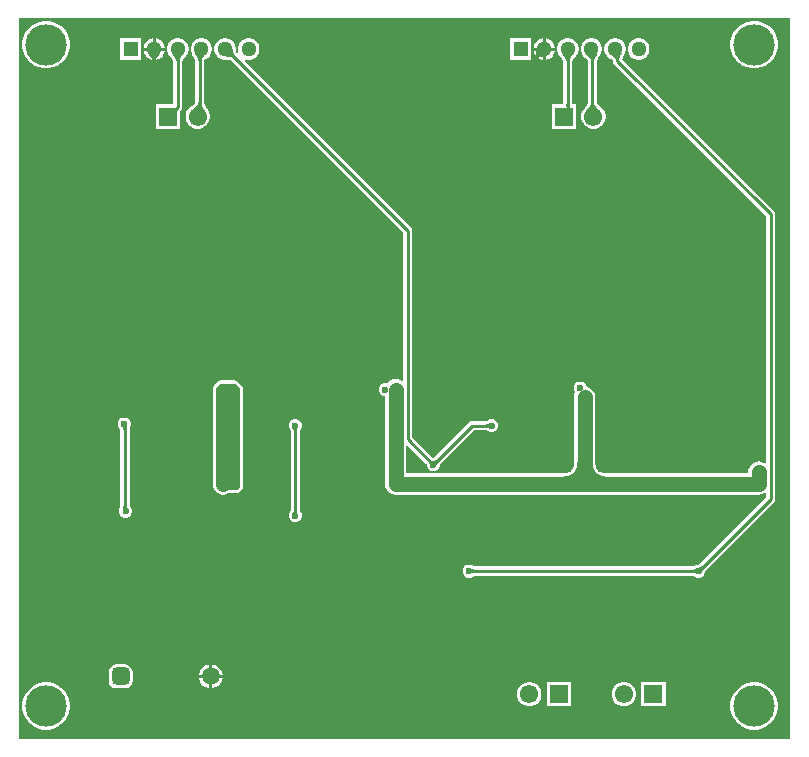
<source format=gbl>
G04*
G04 #@! TF.GenerationSoftware,Altium Limited,Altium Designer,22.9.1 (49)*
G04*
G04 Layer_Physical_Order=2*
G04 Layer_Color=16711680*
%FSTAX24Y24*%
%MOIN*%
G70*
G04*
G04 #@! TF.SameCoordinates,2FAE9610-6970-4823-A7E0-823FAA2A8A52*
G04*
G04*
G04 #@! TF.FilePolarity,Positive*
G04*
G01*
G75*
%ADD15C,0.0100*%
%ADD36C,0.0610*%
%ADD37R,0.0610X0.0610*%
%ADD41C,0.0500*%
%ADD42C,0.0512*%
%ADD43R,0.0512X0.0512*%
%ADD44C,0.1380*%
G04:AMPARAMS|DCode=45|XSize=59.1mil|YSize=59.1mil|CornerRadius=14.8mil|HoleSize=0mil|Usage=FLASHONLY|Rotation=0.000|XOffset=0mil|YOffset=0mil|HoleType=Round|Shape=RoundedRectangle|*
%AMROUNDEDRECTD45*
21,1,0.0591,0.0295,0,0,0.0*
21,1,0.0295,0.0591,0,0,0.0*
1,1,0.0295,0.0148,-0.0148*
1,1,0.0295,-0.0148,-0.0148*
1,1,0.0295,-0.0148,0.0148*
1,1,0.0295,0.0148,0.0148*
%
%ADD45ROUNDEDRECTD45*%
%ADD46C,0.0591*%
%ADD47C,0.0236*%
G36*
X025847Y000153D02*
X000153D01*
Y024197D01*
X025847D01*
Y000153D01*
D02*
G37*
%LPC*%
G36*
X0177Y023505D02*
Y0232D01*
X018005D01*
X017982Y023287D01*
X017935Y023369D01*
X017869Y023435D01*
X017788Y023482D01*
X0177Y023505D01*
D02*
G37*
G36*
X0047D02*
Y0232D01*
X005005D01*
X004982Y023287D01*
X004935Y023369D01*
X004869Y023435D01*
X004788Y023482D01*
X0047Y023505D01*
D02*
G37*
G36*
X0176D02*
X017513Y023482D01*
X017432Y023435D01*
X017366Y023369D01*
X017319Y023287D01*
X017295Y0232D01*
X0176D01*
Y023505D01*
D02*
G37*
G36*
X0046D02*
X004513Y023482D01*
X004432Y023435D01*
X004366Y023369D01*
X004319Y023287D01*
X004295Y0232D01*
X0046D01*
Y023505D01*
D02*
G37*
G36*
Y0231D02*
X004295D01*
X004319Y023013D01*
X004366Y022931D01*
X004432Y022865D01*
X004513Y022818D01*
X004586Y022799D01*
X004583Y022808D01*
X004574Y02283D01*
X004563Y022852D01*
X00455Y022874D01*
X004534Y022897D01*
X004515Y02292D01*
X004471Y022968D01*
X0046Y022965D01*
Y0231D01*
D02*
G37*
G36*
X017393D02*
X017295D01*
X017319Y023013D01*
X017359Y022942D01*
X017363Y02295D01*
X017372Y022971D01*
X017379Y022995D01*
X017385Y023021D01*
X017389Y023049D01*
X017392Y02308D01*
X017393Y0231D01*
D02*
G37*
G36*
X0176D02*
X017442D01*
X0176Y022942D01*
Y0231D01*
D02*
G37*
G36*
X005005D02*
X0047D01*
Y022962D01*
X004821Y022959D01*
X004797Y022937D01*
X004756Y022892D01*
X00474Y02287D01*
X004726Y022849D01*
X004714Y022827D01*
X004706Y022806D01*
X004702Y022795D01*
X004788Y022818D01*
X004869Y022865D01*
X004935Y022931D01*
X004982Y023013D01*
X005005Y0231D01*
D02*
G37*
G36*
X018005D02*
X0177D01*
Y022795D01*
X017788Y022818D01*
X017869Y022865D01*
X017935Y022931D01*
X017982Y023013D01*
X018005Y0231D01*
D02*
G37*
G36*
X0176Y022893D02*
X01755Y022889D01*
X017521Y022885D01*
X017495Y022879D01*
X017472Y022871D01*
X01745Y022863D01*
X017443Y022859D01*
X017513Y022818D01*
X0176Y022795D01*
Y022893D01*
D02*
G37*
G36*
X020847Y023506D02*
X020753D01*
X020663Y023482D01*
X020581Y023435D01*
X020515Y023369D01*
X020468Y023287D01*
X020444Y023197D01*
Y023103D01*
X020468Y023013D01*
X020515Y022931D01*
X020581Y022865D01*
X020663Y022818D01*
X020753Y022794D01*
X020847D01*
X020937Y022818D01*
X021019Y022865D01*
X021085Y022931D01*
X021132Y023013D01*
X021156Y023103D01*
Y023197D01*
X021132Y023287D01*
X021085Y023369D01*
X021019Y023435D01*
X020937Y023482D01*
X020847Y023506D01*
D02*
G37*
G36*
X017219D02*
X016507D01*
Y022794D01*
X017219D01*
Y023506D01*
D02*
G37*
G36*
X020059D02*
X019966D01*
X019875Y023482D01*
X019794Y023435D01*
X019728Y023369D01*
X019681Y023287D01*
X019657Y023197D01*
Y023103D01*
X019681Y023013D01*
X019728Y022931D01*
X019794Y022865D01*
X019857Y022829D01*
X01986Y022826D01*
X019861Y022826D01*
X019862Y022826D01*
X019869Y022822D01*
X019875Y022818D01*
X019878Y022818D01*
X019884Y022815D01*
X0199Y022805D01*
X019913Y022796D01*
X019923Y022788D01*
X01993Y022781D01*
X019934Y022775D01*
X019937Y02277D01*
X019938Y022767D01*
X019938Y022765D01*
Y022759D01*
X01994Y022753D01*
X01994Y022751D01*
X01994Y022749D01*
X019941Y022746D01*
X019941Y022742D01*
X019943Y022736D01*
X01995Y0227D01*
X019983Y02265D01*
X025047Y017587D01*
Y009358D01*
X025002Y009336D01*
X024977Y009356D01*
X024891Y009391D01*
X0248Y009403D01*
X024709Y009391D01*
X024623Y009356D01*
X02455Y0093D01*
X024494Y009227D01*
X024459Y009141D01*
X024447Y00905D01*
Y009003D01*
X019733D01*
X019667Y009006D01*
X019595Y009019D01*
X019536Y009039D01*
X019487Y009065D01*
X019447Y009097D01*
X019415Y009137D01*
X019389Y009186D01*
X019369Y009245D01*
X019356Y009317D01*
X019353Y009383D01*
Y01155D01*
X019341Y011641D01*
X019306Y011727D01*
X01925Y0118D01*
X019177Y011856D01*
X019091Y011891D01*
X019068Y011894D01*
X019035Y011974D01*
X018974Y012035D01*
X018893Y012068D01*
X018807D01*
X018726Y012035D01*
X018665Y011974D01*
X018632Y011893D01*
Y011807D01*
X018665Y011726D01*
X018686Y011706D01*
X018659Y011641D01*
X018647Y01155D01*
Y009383D01*
X018644Y009317D01*
X018631Y009245D01*
X018611Y009186D01*
X018585Y009137D01*
X018553Y009097D01*
X018513Y009065D01*
X018464Y009039D01*
X018405Y009019D01*
X018333Y009006D01*
X018267Y009003D01*
X013053D01*
Y009915D01*
X013099Y009934D01*
X013726Y009308D01*
X013727Y009306D01*
X013728Y009304D01*
X013729Y009302D01*
X01373Y009301D01*
X01373Y009301D01*
X01373Y009297D01*
X013732Y009289D01*
Y009257D01*
X013765Y009176D01*
X013826Y009115D01*
X013907Y009082D01*
X013993D01*
X014074Y009115D01*
X014135Y009176D01*
X014168Y009257D01*
Y009289D01*
X01417Y009297D01*
X01417Y009301D01*
X01417Y009301D01*
X014171Y009302D01*
X014172Y009304D01*
X014173Y009306D01*
X014174Y009308D01*
X015313Y010447D01*
X015736D01*
X015738Y010447D01*
X015741Y010446D01*
X015743Y010446D01*
X015744Y010445D01*
X015744Y010445D01*
X015746Y010443D01*
X015753Y010438D01*
X015776Y010415D01*
X015857Y010382D01*
X015943D01*
X016024Y010415D01*
X016085Y010476D01*
X016118Y010557D01*
Y010643D01*
X016085Y010724D01*
X016024Y010785D01*
X015943Y010818D01*
X015857D01*
X015776Y010785D01*
X015753Y010762D01*
X015746Y010757D01*
X015744Y010755D01*
X015744Y010755D01*
X015743Y010754D01*
X015741Y010754D01*
X015738Y010753D01*
X015736Y010753D01*
X01525D01*
X015191Y010741D01*
X015142Y010708D01*
X013958Y009524D01*
X013956Y009523D01*
X013954Y009522D01*
X013952Y009521D01*
X013951Y00952D01*
X013951Y00952D01*
X01395Y00952D01*
X013949Y00952D01*
X013949Y00952D01*
X013948Y009521D01*
X013946Y009522D01*
X013944Y009523D01*
X013942Y009524D01*
X013253Y010213D01*
Y0171D01*
X013241Y017159D01*
X013208Y017208D01*
X007663Y022754D01*
X007664Y022766D01*
X007717Y022804D01*
X007753Y022794D01*
X007847D01*
X007937Y022818D01*
X008019Y022865D01*
X008085Y022931D01*
X008132Y023013D01*
X008156Y023103D01*
Y023197D01*
X008132Y023287D01*
X008085Y023369D01*
X008019Y023435D01*
X007937Y023482D01*
X007847Y023506D01*
X007753D01*
X007663Y023482D01*
X007581Y023435D01*
X007515Y023369D01*
X007468Y023287D01*
X007444Y023197D01*
Y023103D01*
X007455Y023061D01*
X007447Y023047D01*
X007414Y023023D01*
X0074Y02303D01*
X007399Y023033D01*
X007393Y023048D01*
X007387Y023069D01*
X007382Y023092D01*
X007372Y023151D01*
X007369Y023185D01*
X007369Y023186D01*
Y023197D01*
X007344Y023287D01*
X007297Y023369D01*
X007231Y023435D01*
X00715Y023482D01*
X007059Y023506D01*
X006966D01*
X006875Y023482D01*
X006794Y023435D01*
X006728Y023369D01*
X006681Y023287D01*
X006657Y023197D01*
Y023103D01*
X006681Y023013D01*
X006728Y022931D01*
X006794Y022865D01*
X006875Y022818D01*
X006966Y022794D01*
X007059D01*
X007064Y022795D01*
X007082Y022797D01*
X007107Y022798D01*
X00713Y022798D01*
X00715Y022796D01*
X007167Y022793D01*
X007181Y022789D01*
X007193Y022785D01*
X007201Y022781D01*
X007206Y022778D01*
X012947Y017037D01*
Y012108D01*
X012902Y012086D01*
X012877Y012106D01*
X012791Y012141D01*
X0127Y012153D01*
X012609Y012141D01*
X012523Y012106D01*
X01245Y01205D01*
X012418Y012008D01*
X012393Y012018D01*
X012307D01*
X012226Y011985D01*
X012165Y011924D01*
X012132Y011843D01*
Y011757D01*
X012165Y011676D01*
X012226Y011615D01*
X012307Y011582D01*
X012347D01*
Y0111D01*
Y00865D01*
X012359Y008559D01*
X012394Y008473D01*
X01245Y0084D01*
X012523Y008344D01*
X012609Y008309D01*
X0127Y008297D01*
X0248D01*
X024891Y008309D01*
X024977Y008344D01*
X025002Y008364D01*
X025047Y008342D01*
Y008213D01*
X022808Y005974D01*
X022806Y005973D01*
X022804Y005972D01*
X022802Y005971D01*
X022801Y00597D01*
X022801Y00597D01*
X022797Y00597D01*
X022789Y005968D01*
X022757D01*
X022676Y005935D01*
X022653Y005912D01*
X022646Y005907D01*
X022644Y005905D01*
X022644Y005905D01*
X022643Y005904D01*
X022641Y005904D01*
X022638Y005903D01*
X022636Y005903D01*
X015314D01*
X015312Y005903D01*
X015309Y005904D01*
X015307Y005904D01*
X015306Y005905D01*
X015306Y005905D01*
X015304Y005907D01*
X015297Y005912D01*
X015274Y005935D01*
X015193Y005968D01*
X015107D01*
X015026Y005935D01*
X014965Y005874D01*
X014932Y005793D01*
Y005707D01*
X014965Y005626D01*
X015026Y005565D01*
X015107Y005532D01*
X015193D01*
X015274Y005565D01*
X015297Y005588D01*
X015304Y005593D01*
X015306Y005595D01*
X015306Y005595D01*
X015307Y005596D01*
X015309Y005596D01*
X015312Y005597D01*
X015314Y005597D01*
X022636D01*
X022638Y005597D01*
X022641Y005596D01*
X022643Y005596D01*
X022644Y005595D01*
X022644Y005595D01*
X022646Y005593D01*
X022653Y005588D01*
X022676Y005565D01*
X022757Y005532D01*
X022843D01*
X022924Y005565D01*
X022985Y005626D01*
X023018Y005707D01*
Y005739D01*
X02302Y005747D01*
X02302Y005751D01*
X02302Y005751D01*
X023021Y005752D01*
X023022Y005754D01*
X023023Y005756D01*
X023024Y005758D01*
X025308Y008042D01*
X025341Y008091D01*
X025353Y00815D01*
Y01765D01*
X025341Y017709D01*
X025308Y017758D01*
X020251Y022815D01*
X020261Y022844D01*
X020268Y022863D01*
X020308Y022944D01*
X020324Y022974D01*
X020325Y022976D01*
X020326Y022977D01*
X020328Y022984D01*
X020344Y023013D01*
X020368Y023103D01*
Y023197D01*
X020344Y023287D01*
X020297Y023369D01*
X020231Y023435D01*
X02015Y023482D01*
X020059Y023506D01*
D02*
G37*
G36*
X004219D02*
X003507D01*
Y022794D01*
X004219D01*
Y023506D01*
D02*
G37*
G36*
X024728Y02409D02*
X024572D01*
X02442Y02406D01*
X024276Y024D01*
X024146Y023914D01*
X024036Y023804D01*
X02395Y023674D01*
X02389Y02353D01*
X02386Y023378D01*
Y023222D01*
X02389Y02307D01*
X02395Y022926D01*
X024036Y022796D01*
X024146Y022686D01*
X024276Y0226D01*
X02442Y02254D01*
X024572Y02251D01*
X024728D01*
X02488Y02254D01*
X025024Y0226D01*
X025154Y022686D01*
X025264Y022796D01*
X02535Y022926D01*
X02541Y02307D01*
X02544Y023222D01*
Y023378D01*
X02541Y02353D01*
X02535Y023674D01*
X025264Y023804D01*
X025154Y023914D01*
X025024Y024D01*
X02488Y02406D01*
X024728Y02409D01*
D02*
G37*
G36*
X001128D02*
X000972D01*
X00082Y02406D01*
X000676Y024D01*
X000546Y023914D01*
X000436Y023804D01*
X00035Y023674D01*
X00029Y02353D01*
X00026Y023378D01*
Y023222D01*
X00029Y02307D01*
X00035Y022926D01*
X000436Y022796D01*
X000546Y022686D01*
X000676Y0226D01*
X00082Y02254D01*
X000972Y02251D01*
X001128D01*
X00128Y02254D01*
X001424Y0226D01*
X001554Y022686D01*
X001664Y022796D01*
X00175Y022926D01*
X00181Y02307D01*
X00184Y023222D01*
Y023378D01*
X00181Y02353D01*
X00175Y023674D01*
X001664Y023804D01*
X001554Y023914D01*
X001424Y024D01*
X00128Y02406D01*
X001128Y02409D01*
D02*
G37*
G36*
X019272Y023506D02*
X019178D01*
X019088Y023482D01*
X019007Y023435D01*
X01894Y023369D01*
X018894Y023287D01*
X018869Y023197D01*
Y023103D01*
X018894Y023013D01*
X01894Y022931D01*
X019007Y022865D01*
X019014Y022861D01*
X019032Y022847D01*
X019051Y02283D01*
X019067Y022814D01*
X01908Y022799D01*
X01909Y022786D01*
X019097Y022774D01*
X019102Y022764D01*
X019105Y022755D01*
X019106Y022749D01*
Y021369D01*
X019104Y02136D01*
X019099Y021346D01*
X019091Y021327D01*
X019081Y021306D01*
X019067Y021283D01*
X019003Y021191D01*
X018977Y021158D01*
X018968Y021149D01*
X018915Y021056D01*
X018887Y020953D01*
Y020847D01*
X018915Y020744D01*
X018968Y020651D01*
X019043Y020576D01*
X019136Y020522D01*
X019239Y020495D01*
X019345D01*
X019448Y020522D01*
X019541Y020576D01*
X019616Y020651D01*
X01967Y020744D01*
X019697Y020847D01*
Y020953D01*
X01967Y021056D01*
X019616Y021149D01*
X019541Y021224D01*
X019533Y021228D01*
X019514Y021244D01*
X019489Y021267D01*
X019467Y021289D01*
X01945Y021309D01*
X019436Y021327D01*
X019425Y021344D01*
X019418Y021358D01*
X019414Y02137D01*
X019412Y021379D01*
Y022762D01*
X019413Y022769D01*
X019416Y02278D01*
X019422Y022795D01*
X01943Y022812D01*
X019439Y02283D01*
X019488Y022904D01*
X019504Y022926D01*
X01951Y022931D01*
X019557Y023013D01*
X019581Y023103D01*
Y023197D01*
X019557Y023287D01*
X01951Y023369D01*
X019444Y023435D01*
X019363Y023482D01*
X019272Y023506D01*
D02*
G37*
G36*
X018485D02*
X018391D01*
X0183Y023482D01*
X018219Y023435D01*
X018153Y023369D01*
X018106Y023287D01*
X018082Y023197D01*
Y023103D01*
X018106Y023013D01*
X018153Y022931D01*
X01818Y022905D01*
X018184Y022897D01*
X018228Y022851D01*
X018244Y022832D01*
X018257Y022814D01*
X018267Y022797D01*
X018275Y022783D01*
X01828Y02277D01*
X018284Y02276D01*
X018285Y022753D01*
Y021305D01*
X017903D01*
Y020495D01*
X018713D01*
Y021305D01*
X018591D01*
Y022753D01*
X018592Y02276D01*
X018595Y02277D01*
X018601Y022783D01*
X018608Y022797D01*
X018619Y022814D01*
X018631Y022831D01*
X018668Y022873D01*
X01869Y022896D01*
X018695Y022904D01*
X018723Y022931D01*
X018769Y023013D01*
X018794Y023103D01*
Y023197D01*
X018769Y023287D01*
X018723Y023369D01*
X018656Y023435D01*
X018575Y023482D01*
X018485Y023506D01*
D02*
G37*
G36*
X006272D02*
X006178D01*
X006088Y023482D01*
X006007Y023435D01*
X00594Y023369D01*
X005894Y023287D01*
X005869Y023197D01*
Y023103D01*
X005894Y023013D01*
X005916Y022974D01*
X005919Y022964D01*
X005938Y022932D01*
X00597Y022875D01*
X005993Y022827D01*
X006Y022808D01*
X006005Y022792D01*
X006009Y02278D01*
X00601Y022774D01*
Y021379D01*
X006008Y021371D01*
X006004Y02136D01*
X005997Y021348D01*
X005987Y021333D01*
X005974Y021317D01*
X005957Y0213D01*
X005935Y021282D01*
X00591Y021263D01*
X005879Y021242D01*
X005875Y021238D01*
X005851Y021224D01*
X005776Y021149D01*
X005722Y021056D01*
X005695Y020953D01*
Y020847D01*
X005722Y020744D01*
X005776Y020651D01*
X005851Y020576D01*
X005944Y020522D01*
X006047Y020495D01*
X006153D01*
X006256Y020522D01*
X006349Y020576D01*
X006424Y020651D01*
X006478Y020744D01*
X006505Y020847D01*
Y020953D01*
X006478Y021056D01*
X006442Y021118D01*
X006439Y021125D01*
X006439Y021125D01*
X006439Y021125D01*
X006428Y021143D01*
X006424Y021149D01*
X006423Y02115D01*
X006413Y021165D01*
X006371Y021235D01*
X00634Y021294D01*
X006329Y021317D01*
X006322Y021337D01*
X006317Y021352D01*
X006316Y021361D01*
Y022749D01*
X006317Y022755D01*
X006319Y022762D01*
X006323Y02277D01*
X00633Y022779D01*
X006339Y02279D01*
X00635Y022802D01*
X006366Y022814D01*
X006384Y022827D01*
X006408Y022842D01*
X006414Y022848D01*
X006444Y022865D01*
X00651Y022931D01*
X006557Y023013D01*
X006581Y023103D01*
Y023197D01*
X006557Y023287D01*
X00651Y023369D01*
X006444Y023435D01*
X006363Y023482D01*
X006272Y023506D01*
D02*
G37*
G36*
X005485D02*
X005391D01*
X0053Y023482D01*
X005219Y023435D01*
X005153Y023369D01*
X005106Y023287D01*
X005082Y023197D01*
Y023103D01*
X005106Y023013D01*
X005153Y022931D01*
X00518Y022905D01*
X005184Y022897D01*
X005228Y022851D01*
X005244Y022832D01*
X005257Y022814D01*
X005267Y022797D01*
X005275Y022783D01*
X00528Y02277D01*
X005284Y02276D01*
X005285Y022753D01*
Y021305D01*
X004711D01*
Y020495D01*
X005521D01*
Y021089D01*
X005546Y021114D01*
X005579Y021164D01*
X005591Y021222D01*
Y022753D01*
X005592Y02276D01*
X005595Y02277D01*
X005601Y022783D01*
X005608Y022797D01*
X005619Y022814D01*
X005631Y022831D01*
X005668Y022873D01*
X00569Y022896D01*
X005695Y022904D01*
X005723Y022931D01*
X005769Y023013D01*
X005794Y023103D01*
Y023197D01*
X005769Y023287D01*
X005723Y023369D01*
X005656Y023435D01*
X005575Y023482D01*
X005485Y023506D01*
D02*
G37*
G36*
X00735Y012102D02*
X00685D01*
X006811Y012094D01*
X006778Y012072D01*
X006628Y011922D01*
X006606Y011889D01*
X006598Y01185D01*
Y011458D01*
X006597Y01145D01*
Y00865D01*
X006609Y008559D01*
X006644Y008473D01*
X0067Y0084D01*
X006773Y008344D01*
X006859Y008309D01*
X00695Y008297D01*
X007041Y008309D01*
X007127Y008344D01*
X007131Y008348D01*
X0074D01*
X007439Y008356D01*
X007472Y008378D01*
X007572Y008478D01*
X007594Y008511D01*
X007602Y00855D01*
Y01185D01*
X007594Y011889D01*
X007572Y011922D01*
X007422Y012072D01*
X007389Y012094D01*
X00735Y012102D01*
D02*
G37*
G36*
X003693Y010868D02*
X003607D01*
X003526Y010835D01*
X003465Y010774D01*
X003432Y010693D01*
Y010607D01*
X003465Y010526D01*
X003522Y010469D01*
Y007896D01*
X003522Y00789D01*
X003521Y007886D01*
X00352Y007881D01*
X003519Y007878D01*
X003519Y007877D01*
X003515Y007874D01*
X003482Y007793D01*
Y007707D01*
X003515Y007626D01*
X003576Y007565D01*
X003657Y007532D01*
X003743D01*
X003824Y007565D01*
X003885Y007626D01*
X003918Y007707D01*
Y007793D01*
X003885Y007874D01*
X003828Y007931D01*
Y010504D01*
X003828Y01051D01*
X003829Y010514D01*
X00383Y010519D01*
X003831Y010522D01*
X003831Y010523D01*
X003835Y010526D01*
X003868Y010607D01*
Y010693D01*
X003835Y010774D01*
X003774Y010835D01*
X003693Y010868D01*
D02*
G37*
G36*
X009393Y010818D02*
X009307D01*
X009226Y010785D01*
X009165Y010724D01*
X009132Y010643D01*
Y010557D01*
X009165Y010476D01*
X009188Y010453D01*
X009193Y010446D01*
X009195Y010444D01*
X009195Y010444D01*
X009196Y010443D01*
X009196Y010441D01*
X009197Y010438D01*
X009197Y010436D01*
Y007764D01*
X009197Y007762D01*
X009196Y007759D01*
X009196Y007757D01*
X009195Y007756D01*
X009195Y007756D01*
X009193Y007754D01*
X009188Y007747D01*
X009165Y007724D01*
X009132Y007643D01*
Y007557D01*
X009165Y007476D01*
X009226Y007415D01*
X009307Y007382D01*
X009393D01*
X009474Y007415D01*
X009535Y007476D01*
X009568Y007557D01*
Y007643D01*
X009535Y007724D01*
X009512Y007747D01*
X009507Y007754D01*
X009505Y007756D01*
X009505Y007756D01*
X009504Y007757D01*
X009504Y007759D01*
X009503Y007762D01*
X009503Y007764D01*
Y010436D01*
X009503Y010438D01*
X009504Y010441D01*
X009504Y010443D01*
X009505Y010444D01*
X009505Y010444D01*
X009507Y010446D01*
X009512Y010453D01*
X009535Y010476D01*
X009568Y010557D01*
Y010643D01*
X009535Y010724D01*
X009474Y010785D01*
X009393Y010818D01*
D02*
G37*
G36*
X006586Y002634D02*
X006584D01*
Y002288D01*
X00693D01*
Y00229D01*
X006903Y002391D01*
X006851Y002481D01*
X006777Y002555D01*
X006687Y002607D01*
X006586Y002634D01*
D02*
G37*
G36*
X006484D02*
X006482D01*
X006382Y002607D01*
X006292Y002555D01*
X006218Y002481D01*
X006166Y002391D01*
X006139Y00229D01*
Y002288D01*
X006484D01*
Y002634D01*
D02*
G37*
G36*
X00693Y002188D02*
X006584D01*
Y001843D01*
X006586D01*
X006687Y00187D01*
X006777Y001922D01*
X006851Y001996D01*
X006903Y002086D01*
X00693Y002186D01*
Y002188D01*
D02*
G37*
G36*
X006484D02*
X006139D01*
Y002186D01*
X006166Y002086D01*
X006218Y001996D01*
X006292Y001922D01*
X006382Y00187D01*
X006482Y001843D01*
X006484D01*
Y002188D01*
D02*
G37*
G36*
X003682Y002638D02*
X003387D01*
X00329Y002619D01*
X003208Y002564D01*
X003153Y002483D01*
X003134Y002386D01*
Y002091D01*
X003153Y001994D01*
X003208Y001912D01*
X00329Y001857D01*
X003387Y001838D01*
X003682D01*
X003779Y001857D01*
X00386Y001912D01*
X003915Y001994D01*
X003934Y002091D01*
Y002386D01*
X003915Y002483D01*
X00386Y002564D01*
X003779Y002619D01*
X003682Y002638D01*
D02*
G37*
G36*
X021697Y002055D02*
X020887D01*
Y001245D01*
X021697D01*
Y002055D01*
D02*
G37*
G36*
X020361D02*
X020255D01*
X020152Y002028D01*
X020059Y001974D01*
X019984Y001899D01*
X01993Y001806D01*
X019903Y001703D01*
Y001597D01*
X01993Y001494D01*
X019984Y001401D01*
X020059Y001326D01*
X020152Y001272D01*
X020255Y001245D01*
X020361D01*
X020464Y001272D01*
X020557Y001326D01*
X020632Y001401D01*
X020685Y001494D01*
X020713Y001597D01*
Y001703D01*
X020685Y001806D01*
X020632Y001899D01*
X020557Y001974D01*
X020464Y002028D01*
X020361Y002055D01*
D02*
G37*
G36*
X018539D02*
X017729D01*
Y001245D01*
X018539D01*
Y002055D01*
D02*
G37*
G36*
X017203D02*
X017097D01*
X016994Y002028D01*
X016901Y001974D01*
X016826Y001899D01*
X016772Y001806D01*
X016745Y001703D01*
Y001597D01*
X016772Y001494D01*
X016826Y001401D01*
X016901Y001326D01*
X016994Y001272D01*
X017097Y001245D01*
X017203D01*
X017306Y001272D01*
X017399Y001326D01*
X017474Y001401D01*
X017528Y001494D01*
X017555Y001597D01*
Y001703D01*
X017528Y001806D01*
X017474Y001899D01*
X017399Y001974D01*
X017306Y002028D01*
X017203Y002055D01*
D02*
G37*
G36*
X024728Y00204D02*
X024572D01*
X02442Y00201D01*
X024276Y00195D01*
X024146Y001864D01*
X024036Y001754D01*
X02395Y001624D01*
X02389Y00148D01*
X02386Y001328D01*
Y001172D01*
X02389Y00102D01*
X02395Y000876D01*
X024036Y000746D01*
X024146Y000636D01*
X024276Y00055D01*
X02442Y00049D01*
X024572Y00046D01*
X024728D01*
X02488Y00049D01*
X025024Y00055D01*
X025154Y000636D01*
X025264Y000746D01*
X02535Y000876D01*
X02541Y00102D01*
X02544Y001172D01*
Y001328D01*
X02541Y00148D01*
X02535Y001624D01*
X025264Y001754D01*
X025154Y001864D01*
X025024Y00195D01*
X02488Y00201D01*
X024728Y00204D01*
D02*
G37*
G36*
X001128D02*
X000972D01*
X00082Y00201D01*
X000676Y00195D01*
X000546Y001864D01*
X000436Y001754D01*
X00035Y001624D01*
X00029Y00148D01*
X00026Y001328D01*
Y001172D01*
X00029Y00102D01*
X00035Y000876D01*
X000436Y000746D01*
X000546Y000636D01*
X000676Y00055D01*
X00082Y00049D01*
X000972Y00046D01*
X001128D01*
X00128Y00049D01*
X001424Y00055D01*
X001554Y000636D01*
X001664Y000746D01*
X00175Y000876D01*
X00181Y00102D01*
X00184Y001172D01*
Y001328D01*
X00181Y00148D01*
X00175Y001624D01*
X001664Y001754D01*
X001554Y001864D01*
X001424Y00195D01*
X00128Y00201D01*
X001128Y00204D01*
D02*
G37*
%LPD*%
G36*
X007271Y023138D02*
X007282Y023072D01*
X007289Y023043D01*
X007296Y023017D01*
X007305Y022993D01*
X007314Y022972D01*
X007325Y022953D01*
X007336Y022937D01*
X007348Y022923D01*
X007285Y022845D01*
X00727Y022858D01*
X007252Y022869D01*
X007233Y022879D01*
X007212Y022887D01*
X007189Y022893D01*
X007163Y022897D01*
X007136Y022899D01*
X007106Y0229D01*
X007075Y022899D01*
X007042Y022896D01*
X007267Y023174D01*
X007271Y023138D01*
D02*
G37*
G36*
X020217Y022991D02*
X020175Y022905D01*
X020165Y022879D01*
X02015Y022833D01*
X020145Y022812D01*
X020142Y022793D01*
X020141Y022775D01*
X020041Y022759D01*
X02004Y022778D01*
X020036Y022796D01*
X020029Y022814D01*
X02002Y022831D01*
X020008Y022847D01*
X019993Y022862D01*
X019975Y022877D01*
X019955Y022891D01*
X019932Y022904D01*
X019907Y022917D01*
X020235Y023023D01*
X020217Y022991D01*
D02*
G37*
G36*
X015816Y010517D02*
X015809Y010524D01*
X015802Y010529D01*
X015794Y010534D01*
X015785Y010538D01*
X015776Y010542D01*
X015767Y010545D01*
X015756Y010547D01*
X015746Y010549D01*
X015734Y01055D01*
X015722Y01055D01*
Y01065D01*
X015734Y01065D01*
X015746Y010651D01*
X015756Y010653D01*
X015767Y010655D01*
X015776Y010658D01*
X015785Y010662D01*
X015794Y010666D01*
X015802Y010671D01*
X015809Y010676D01*
X015816Y010683D01*
Y010517D01*
D02*
G37*
G36*
X014111Y00939D02*
X014103Y009382D01*
X014095Y009373D01*
X014089Y009364D01*
X014083Y009355D01*
X014079Y009346D01*
X014075Y009337D01*
X014072Y009328D01*
X01407Y009319D01*
X014068Y00931D01*
X014068Y009301D01*
X013951Y009418D01*
X01396Y009418D01*
X013969Y00942D01*
X013978Y009422D01*
X013987Y009425D01*
X013996Y009429D01*
X014005Y009433D01*
X014014Y009439D01*
X014023Y009445D01*
X014032Y009453D01*
X01404Y009461D01*
X014111Y00939D01*
D02*
G37*
G36*
X013868Y009453D02*
X013877Y009445D01*
X013886Y009439D01*
X013895Y009433D01*
X013904Y009429D01*
X013913Y009425D01*
X013922Y009422D01*
X013931Y00942D01*
X01394Y009418D01*
X013949Y009418D01*
X013832Y009301D01*
X013832Y00931D01*
X01383Y009319D01*
X013828Y009328D01*
X013825Y009337D01*
X013821Y009346D01*
X013817Y009355D01*
X013811Y009364D01*
X013805Y009373D01*
X013797Y009382D01*
X013789Y00939D01*
X01386Y009461D01*
X013868Y009453D01*
D02*
G37*
G36*
X019255Y009305D02*
X01927Y00922D01*
X019295Y009145D01*
X01933Y00908D01*
X019375Y009025D01*
X01943Y00898D01*
X019495Y008945D01*
X01957Y00892D01*
X019655Y008905D01*
X01975Y0089D01*
X019Y0084D01*
X01825Y0089D01*
X018345Y008905D01*
X01843Y00892D01*
X018505Y008945D01*
X01857Y00898D01*
X018625Y009025D01*
X01867Y00908D01*
X018705Y009145D01*
X01873Y00922D01*
X018745Y009305D01*
X01875Y0094D01*
X01925D01*
X019255Y009305D01*
D02*
G37*
G36*
X022961Y00584D02*
X022953Y005832D01*
X022945Y005823D01*
X022939Y005814D01*
X022933Y005805D01*
X022929Y005796D01*
X022925Y005787D01*
X022922Y005778D01*
X02292Y005769D01*
X022918Y00576D01*
X022918Y005751D01*
X022801Y005868D01*
X02281Y005868D01*
X022819Y00587D01*
X022828Y005872D01*
X022837Y005875D01*
X022846Y005879D01*
X022855Y005883D01*
X022864Y005889D01*
X022873Y005895D01*
X022882Y005903D01*
X02289Y005911D01*
X022961Y00584D01*
D02*
G37*
G36*
X022716Y005667D02*
X022709Y005674D01*
X022702Y005679D01*
X022694Y005684D01*
X022685Y005688D01*
X022676Y005692D01*
X022667Y005695D01*
X022656Y005697D01*
X022646Y005699D01*
X022634Y0057D01*
X022622Y0057D01*
Y0058D01*
X022634Y0058D01*
X022646Y005801D01*
X022656Y005803D01*
X022667Y005805D01*
X022676Y005808D01*
X022685Y005812D01*
X022694Y005816D01*
X022702Y005821D01*
X022709Y005826D01*
X022716Y005833D01*
Y005667D01*
D02*
G37*
G36*
X015241Y005826D02*
X015248Y005821D01*
X015256Y005816D01*
X015265Y005812D01*
X015274Y005808D01*
X015283Y005805D01*
X015294Y005803D01*
X015304Y005801D01*
X015316Y0058D01*
X015328Y0058D01*
Y0057D01*
X015316Y0057D01*
X015304Y005699D01*
X015294Y005697D01*
X015283Y005695D01*
X015274Y005692D01*
X015265Y005688D01*
X015256Y005684D01*
X015248Y005679D01*
X015241Y005674D01*
X015234Y005667D01*
Y005833D01*
X015241Y005826D01*
D02*
G37*
G36*
X019404Y022963D02*
X019351Y022882D01*
X019338Y022857D01*
X019328Y022834D01*
X019319Y022812D01*
X019313Y022792D01*
X01931Y022773D01*
X019309Y022755D01*
X019209Y022741D01*
X019207Y022761D01*
X019203Y022782D01*
X019196Y022802D01*
X019187Y022822D01*
X019174Y022843D01*
X019159Y022863D01*
X019141Y022884D01*
X019121Y022904D01*
X019098Y022925D01*
X019072Y022945D01*
X019427Y022992D01*
X019404Y022963D01*
D02*
G37*
G36*
X01931Y021365D02*
X019316Y021342D01*
X019324Y021318D01*
X019336Y021294D01*
X019352Y021269D01*
X019371Y021244D01*
X019393Y021219D01*
X019419Y021193D01*
X019448Y021167D01*
X019481Y02114D01*
X019056Y021093D01*
X019085Y02113D01*
X019154Y021228D01*
X01917Y021257D01*
X019184Y021285D01*
X019195Y02131D01*
X019203Y021334D01*
X019207Y021356D01*
X019209Y021377D01*
X019309Y021388D01*
X01931Y021365D01*
D02*
G37*
G36*
X018592Y022942D02*
X018551Y022894D01*
X018534Y022871D01*
X01852Y022849D01*
X018508Y022827D01*
X018499Y022805D01*
X018493Y022785D01*
X018489Y022765D01*
X018488Y022745D01*
X018388D01*
X018386Y022765D01*
X018383Y022785D01*
X018376Y022805D01*
X018367Y022827D01*
X018356Y022849D01*
X018341Y022871D01*
X018325Y022894D01*
X018305Y022918D01*
X018259Y022967D01*
X018617D01*
X018592Y022942D01*
D02*
G37*
G36*
X018488Y021285D02*
X01849Y021267D01*
X018492Y021252D01*
X018496Y021239D01*
X0185Y021228D01*
X018506Y021219D01*
X018512Y021212D01*
X01852Y021207D01*
X018528Y021204D01*
X018538Y021203D01*
X018338D01*
X018347Y021204D01*
X018356Y021207D01*
X018363Y021212D01*
X01837Y021219D01*
X018375Y021228D01*
X01838Y021239D01*
X018383Y021252D01*
X018386Y021267D01*
X018387Y021285D01*
X018388Y021304D01*
X018488D01*
X018488Y021285D01*
D02*
G37*
G36*
X006354Y022929D02*
X006327Y022912D01*
X006303Y022895D01*
X006282Y022877D01*
X006264Y022859D01*
X006248Y022841D01*
X006235Y022822D01*
X006225Y022802D01*
X006218Y022782D01*
X006214Y022762D01*
X006213Y022741D01*
X006113Y022767D01*
X006112Y022783D01*
X006108Y022801D01*
X006103Y022821D01*
X006096Y022843D01*
X006086Y022868D01*
X006061Y022921D01*
X006027Y022983D01*
X006007Y023017D01*
X006354Y022929D01*
D02*
G37*
G36*
X006213Y021367D02*
X006214Y021348D01*
X006218Y021327D01*
X006225Y021304D01*
X006235Y021278D01*
X006248Y021249D01*
X006282Y021185D01*
X006327Y02111D01*
X006354Y021069D01*
X005936Y021157D01*
X005969Y02118D01*
X005999Y021203D01*
X006026Y021225D01*
X006049Y021248D01*
X006068Y021271D01*
X006084Y021294D01*
X006097Y021318D01*
X006106Y021341D01*
X006111Y021364D01*
X006113Y021388D01*
X006213Y021367D01*
D02*
G37*
G36*
X005592Y022942D02*
X005551Y022894D01*
X005534Y022871D01*
X00552Y022849D01*
X005508Y022827D01*
X005499Y022805D01*
X005493Y022785D01*
X005489Y022765D01*
X005488Y022745D01*
X005388D01*
X005386Y022765D01*
X005383Y022785D01*
X005376Y022805D01*
X005367Y022827D01*
X005356Y022849D01*
X005341Y022871D01*
X005325Y022894D01*
X005305Y022918D01*
X005259Y022967D01*
X005617D01*
X005592Y022942D01*
D02*
G37*
G36*
X0075Y01185D02*
Y00855D01*
X0074Y00845D01*
X0069D01*
X0067Y00865D01*
Y01185D01*
X00685Y012D01*
X00735D01*
X0075Y01185D01*
D02*
G37*
G36*
X003744Y010578D02*
X00374Y01057D01*
X003737Y010561D01*
X003734Y010552D01*
X003731Y010543D01*
X003729Y010533D01*
X003727Y010522D01*
X003725Y0105D01*
X003725Y010488D01*
X003625Y010464D01*
X003625Y010476D01*
X003623Y010487D01*
X003622Y010498D01*
X003619Y010508D01*
X003616Y010517D01*
X003611Y010525D01*
X003606Y010532D01*
X003601Y010539D01*
X003594Y010545D01*
X003587Y01055D01*
X003749Y010585D01*
X003744Y010578D01*
D02*
G37*
G36*
X003725Y007924D02*
X003727Y007913D01*
X003728Y007902D01*
X003731Y007893D01*
X003734Y007883D01*
X003739Y007875D01*
X003744Y007868D01*
X003749Y007861D01*
X003756Y007855D01*
X003763Y00785D01*
X003601Y007815D01*
X003606Y007822D01*
X00361Y00783D01*
X003613Y007839D01*
X003616Y007848D01*
X003619Y007857D01*
X003621Y007867D01*
X003623Y007878D01*
X003625Y0079D01*
X003625Y007912D01*
X003725Y007936D01*
X003725Y007924D01*
D02*
G37*
G36*
X009426Y010509D02*
X009421Y010502D01*
X009416Y010494D01*
X009412Y010485D01*
X009408Y010476D01*
X009405Y010467D01*
X009403Y010456D01*
X009401Y010446D01*
X0094Y010434D01*
X0094Y010422D01*
X0093D01*
X0093Y010434D01*
X009299Y010446D01*
X009297Y010456D01*
X009295Y010467D01*
X009292Y010476D01*
X009288Y010485D01*
X009284Y010494D01*
X009279Y010502D01*
X009274Y010509D01*
X009267Y010516D01*
X009433D01*
X009426Y010509D01*
D02*
G37*
G36*
X0094Y007766D02*
X009401Y007754D01*
X009403Y007744D01*
X009405Y007733D01*
X009408Y007724D01*
X009412Y007715D01*
X009416Y007706D01*
X009421Y007698D01*
X009426Y007691D01*
X009433Y007684D01*
X009267D01*
X009274Y007691D01*
X009279Y007698D01*
X009284Y007706D01*
X009288Y007715D01*
X009292Y007724D01*
X009295Y007733D01*
X009297Y007744D01*
X009299Y007754D01*
X0093Y007766D01*
X0093Y007778D01*
X0094D01*
X0094Y007766D01*
D02*
G37*
D15*
X01975Y00995D02*
X02415D01*
X0252Y00815D02*
Y01765D01*
X0228Y00575D02*
X0252Y00815D01*
X020091Y022759D02*
X0252Y01765D01*
X0147Y00415D02*
X0157D01*
X01365Y01915D02*
X01765Y02315D01*
X01365Y0105D02*
Y01915D01*
X0009Y019D02*
X004644Y022744D01*
X0009Y01035D02*
Y019D01*
X004644Y022744D02*
Y023144D01*
X006163Y020963D02*
Y023087D01*
X006225Y02315D01*
X0061Y0209D02*
X006163Y020963D01*
X005438Y021222D02*
Y02315D01*
X005116Y0209D02*
X005438Y021222D01*
X019259Y020933D02*
Y023117D01*
X019225Y02315D02*
X019259Y023117D01*
Y020933D02*
X019292Y0209D01*
X018308D02*
X018438Y02103D01*
Y02315D01*
X0013Y00995D02*
X00215D01*
X0009Y01035D02*
X0013Y00995D01*
X004644Y023144D02*
X00465Y02315D01*
X0063Y00925D02*
Y0104D01*
Y0065D02*
Y00925D01*
X01205Y0065D02*
X0144D01*
Y008D01*
Y0065D02*
X0226D01*
X0237Y0076D01*
X00935D02*
Y0106D01*
X012025Y006525D02*
X01205Y0065D01*
X012025Y006525D02*
Y010475D01*
X012Y0105D02*
X012025Y010475D01*
X007013Y02315D02*
X00705D01*
X0131Y0171D01*
Y01015D02*
X01395Y0093D01*
X0131Y01015D02*
Y0171D01*
X020091Y022759D02*
Y023071D01*
X020013Y02315D02*
X020091Y023071D01*
X003675Y007775D02*
Y010625D01*
X01515Y00575D02*
X0228D01*
X01525Y0106D02*
X0159D01*
X01395Y0093D02*
X01525Y0106D01*
X003675Y007775D02*
X0037Y00775D01*
X00365Y01065D02*
X003675Y010625D01*
D36*
X01715Y00165D02*
D03*
X019292Y0209D02*
D03*
X0061D02*
D03*
X020308Y00165D02*
D03*
D37*
X018134D02*
D03*
X018308Y0209D02*
D03*
X005116D02*
D03*
X021292Y00165D02*
D03*
D41*
X019Y00865D02*
Y01155D01*
X0127Y00865D02*
X019D01*
X0248D01*
X0127D02*
Y0111D01*
Y0118D01*
X0248Y00865D02*
Y00905D01*
X00695Y00865D02*
Y01145D01*
D42*
X0078Y02315D02*
D03*
X007013D02*
D03*
X005438D02*
D03*
X00465D02*
D03*
X006225D02*
D03*
X0208D02*
D03*
X020013D02*
D03*
X018438D02*
D03*
X01765D02*
D03*
X019225D02*
D03*
D43*
X003863D02*
D03*
X016863D02*
D03*
D44*
X02465Y0233D02*
D03*
Y00125D02*
D03*
X00105Y0233D02*
D03*
Y00125D02*
D03*
D45*
X003534Y002238D02*
D03*
D46*
X006534D02*
D03*
D47*
X0249Y0195D02*
D03*
Y0045D02*
D03*
X0234Y0225D02*
D03*
X02415Y021D02*
D03*
Y018D02*
D03*
Y015D02*
D03*
X0234Y0105D02*
D03*
X02415Y006D02*
D03*
X0234Y0045D02*
D03*
X02415Y003D02*
D03*
X0234Y0015D02*
D03*
X0219Y0225D02*
D03*
X02265Y021D02*
D03*
X0219Y0195D02*
D03*
X02265Y015D02*
D03*
X0219Y0075D02*
D03*
Y0045D02*
D03*
X02265Y003D02*
D03*
X02115Y015D02*
D03*
Y003D02*
D03*
X0189Y0195D02*
D03*
Y0165D02*
D03*
X01965Y015D02*
D03*
X0189Y0135D02*
D03*
X01965Y012D02*
D03*
X0189Y0015D02*
D03*
X01815Y015D02*
D03*
X0159Y0225D02*
D03*
Y0195D02*
D03*
X01665Y015D02*
D03*
Y003D02*
D03*
X0144Y0225D02*
D03*
X01515Y021D02*
D03*
X0144Y0195D02*
D03*
X01515Y015D02*
D03*
X0144Y0105D02*
D03*
Y0045D02*
D03*
X0129Y0225D02*
D03*
X01365Y021D02*
D03*
X0129Y0195D02*
D03*
X01365Y018D02*
D03*
Y015D02*
D03*
Y012D02*
D03*
Y006D02*
D03*
X0114Y0225D02*
D03*
X01215Y021D02*
D03*
X0114Y0195D02*
D03*
X01215Y015D02*
D03*
X0114Y0105D02*
D03*
X01215Y006D02*
D03*
X0099Y0225D02*
D03*
X01065Y021D02*
D03*
Y015D02*
D03*
X0099Y0105D02*
D03*
X01065Y006D02*
D03*
X0099Y0045D02*
D03*
X0084Y0195D02*
D03*
X00915Y006D02*
D03*
X0084Y0045D02*
D03*
X00915Y003D02*
D03*
X0069Y0195D02*
D03*
Y0165D02*
D03*
X00765Y015D02*
D03*
X0069Y0135D02*
D03*
X00765Y006D02*
D03*
X0069Y0045D02*
D03*
X00765Y003D02*
D03*
X0054Y0195D02*
D03*
X00615Y018D02*
D03*
Y015D02*
D03*
X0054Y0105D02*
D03*
X00615Y006D02*
D03*
X0054Y0045D02*
D03*
X00615Y003D02*
D03*
X0039Y0195D02*
D03*
X00465Y015D02*
D03*
Y003D02*
D03*
X00315Y021D02*
D03*
Y015D02*
D03*
X0024Y0015D02*
D03*
X00165Y021D02*
D03*
X0009Y0195D02*
D03*
Y0165D02*
D03*
X00165Y015D02*
D03*
X0009Y0135D02*
D03*
X00165Y012D02*
D03*
X0009Y0105D02*
D03*
X00165Y009D02*
D03*
X0009Y0075D02*
D03*
X00165Y006D02*
D03*
X0009Y0045D02*
D03*
X00165Y003D02*
D03*
X01975Y00995D02*
D03*
X01885Y01185D02*
D03*
X019Y0112D02*
D03*
X0127Y0093D02*
D03*
Y009D02*
D03*
X01235Y0118D02*
D03*
X0127Y0111D02*
D03*
Y01145D02*
D03*
X0244Y00865D02*
D03*
X0248D02*
D03*
Y00905D02*
D03*
X02415Y00995D02*
D03*
X0071Y0093D02*
D03*
X0073Y009D02*
D03*
X00695D02*
D03*
X00735Y00865D02*
D03*
X00695Y01175D02*
D03*
Y01115D02*
D03*
X0073D02*
D03*
Y01145D02*
D03*
Y01175D02*
D03*
X00695Y01145D02*
D03*
X0147Y00415D02*
D03*
X0157D02*
D03*
X01365Y0105D02*
D03*
X00215Y00995D02*
D03*
X0063Y00925D02*
D03*
X0237Y0076D02*
D03*
X00935D02*
D03*
X0144Y008D02*
D03*
X012Y0105D02*
D03*
X01205Y0065D02*
D03*
X0063Y0104D02*
D03*
Y0065D02*
D03*
X0228Y00575D02*
D03*
X01515D02*
D03*
X0159Y0106D02*
D03*
X01395Y0093D02*
D03*
X00935Y0106D02*
D03*
X00365Y01065D02*
D03*
X0037Y00775D02*
D03*
X019Y01155D02*
D03*
X00695Y00865D02*
D03*
X0127Y0118D02*
D03*
Y00865D02*
D03*
M02*

</source>
